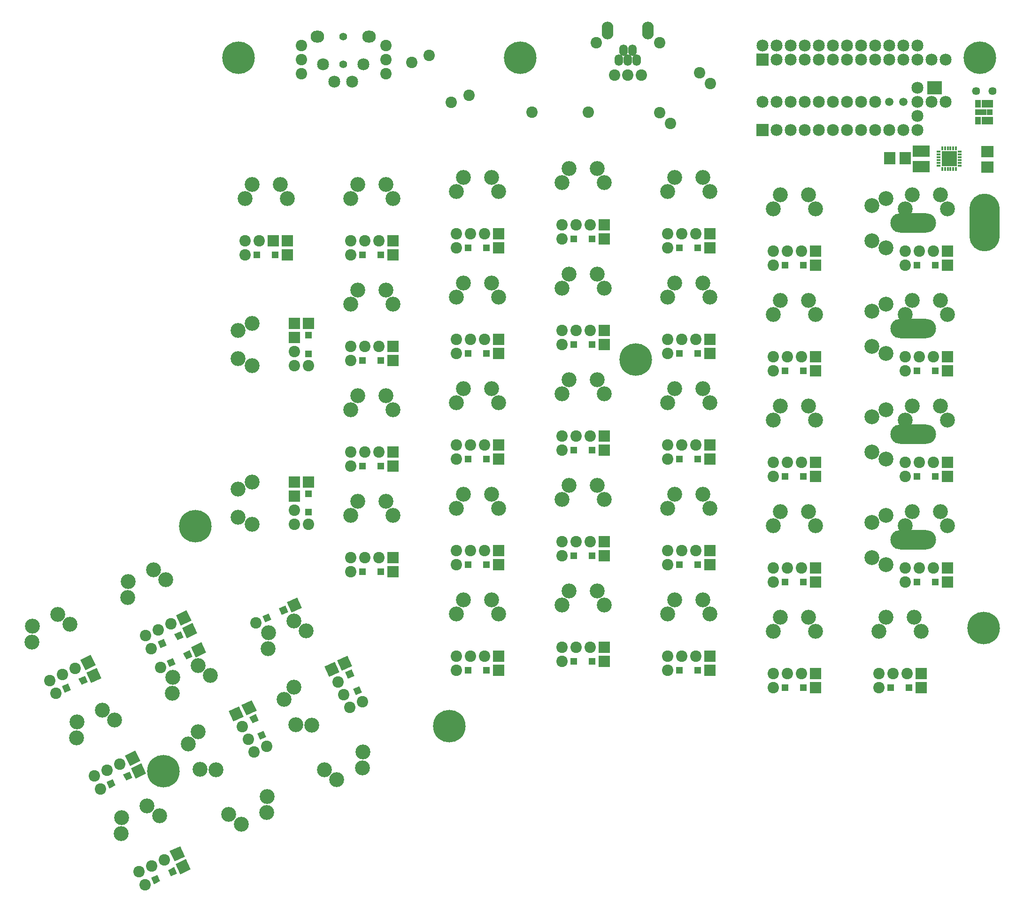
<source format=gbs>
G04 (created by PCBNEW (2013-07-07 BZR 4022)-stable) date 07/12/2013 12:51:58 AM*
%MOIN*%
G04 Gerber Fmt 3.4, Leading zero omitted, Abs format*
%FSLAX34Y34*%
G01*
G70*
G90*
G04 APERTURE LIST*
%ADD10C,0.00590551*%
%ADD11C,0.106*%
%ADD12R,0.0787402X0.0570866*%
%ADD13R,0.0433071X0.0570866*%
%ADD14R,0.0787402X0.0433071*%
%ADD15R,0.0433071X0.0433071*%
%ADD16C,0.085*%
%ADD17R,0.085X0.085*%
%ADD18C,0.059*%
%ADD19C,0.081*%
%ADD20R,0.081X0.081*%
%ADD21O,0.061X0.081*%
%ADD22O,0.083X0.126*%
%ADD23R,0.056X0.096*%
%ADD24O,0.097X0.085*%
%ADD25C,0.055*%
%ADD26R,0.049X0.049*%
%ADD27C,0.231*%
%ADD28R,0.122X0.079*%
%ADD29R,0.079X0.087*%
%ADD30R,0.087X0.079*%
%ADD31R,0.031437X0.013737*%
%ADD32R,0.013737X0.031437*%
%ADD33R,0.106299X0.106299*%
%ADD34C,0.1059*%
%ADD35C,0.1058*%
%ADD36O,0.3245X0.137*%
%ADD37C,0.0573386*%
%ADD38O,0.21285X0.409701*%
G04 APERTURE END LIST*
G54D10*
G54D11*
X23689Y-57797D03*
X21845Y-59760D03*
X24564Y-58492D03*
X21876Y-58643D03*
G54D12*
X79716Y-19110D03*
X79716Y-17889D03*
G54D13*
X79066Y-19110D03*
X79066Y-17889D03*
G54D14*
X79244Y-18500D03*
G54D15*
X79893Y-18500D03*
G54D16*
X64750Y-14750D03*
X65750Y-14750D03*
X66750Y-14750D03*
X67750Y-14750D03*
X68750Y-14750D03*
X69750Y-14750D03*
X70750Y-14750D03*
X71750Y-14750D03*
X72750Y-14750D03*
X73750Y-14750D03*
X74750Y-14750D03*
X75750Y-14750D03*
X76750Y-14750D03*
G54D17*
X63750Y-14750D03*
G54D16*
X76750Y-17750D03*
X75750Y-17750D03*
G54D18*
X74750Y-17750D03*
X73750Y-17750D03*
X72750Y-17750D03*
G54D16*
X71750Y-17750D03*
X70750Y-17750D03*
X69750Y-17750D03*
X68750Y-17750D03*
X67750Y-17750D03*
X66750Y-17750D03*
X65750Y-17750D03*
X64750Y-17750D03*
X63750Y-17750D03*
G54D19*
X21000Y-57947D03*
G54D10*
G36*
X21647Y-57916D02*
X21440Y-57472D01*
X21884Y-57265D01*
X22091Y-57709D01*
X21647Y-57916D01*
X21647Y-57916D01*
G37*
G36*
X23523Y-57218D02*
X23181Y-56484D01*
X23915Y-56141D01*
X24257Y-56875D01*
X23523Y-57218D01*
X23523Y-57218D01*
G37*
G36*
X22835Y-57362D02*
X22628Y-56918D01*
X23072Y-56711D01*
X23279Y-57155D01*
X22835Y-57362D01*
X22835Y-57362D01*
G37*
G54D19*
X27797Y-54777D03*
G54D10*
G36*
X28444Y-54746D02*
X28237Y-54302D01*
X28681Y-54095D01*
X28888Y-54539D01*
X28444Y-54746D01*
X28444Y-54746D01*
G37*
G36*
X30320Y-54048D02*
X29978Y-53314D01*
X30712Y-52971D01*
X31054Y-53705D01*
X30320Y-54048D01*
X30320Y-54048D01*
G37*
G36*
X29632Y-54192D02*
X29425Y-53748D01*
X29869Y-53541D01*
X30076Y-53985D01*
X29632Y-54192D01*
X29632Y-54192D01*
G37*
G54D19*
X30500Y-46754D03*
G54D20*
X30500Y-45754D03*
G54D19*
X30500Y-35504D03*
G54D20*
X30500Y-34504D03*
G54D19*
X28000Y-27630D03*
G54D20*
X29000Y-27630D03*
G54D21*
X54820Y-14785D03*
X54505Y-14097D03*
X54190Y-14785D03*
X53875Y-14097D03*
X53560Y-14785D03*
G54D22*
X52754Y-12689D03*
X55626Y-12689D03*
G54D19*
X55140Y-15850D03*
X56440Y-13550D03*
X54190Y-15850D03*
X51940Y-13550D03*
X53240Y-15850D03*
G54D11*
X30486Y-54627D03*
X28642Y-56590D03*
X31361Y-55322D03*
X28673Y-55473D03*
X33533Y-65896D03*
X35377Y-63933D03*
X32658Y-65201D03*
X35346Y-65050D03*
X26735Y-69065D03*
X28579Y-67102D03*
X25860Y-68370D03*
X28548Y-68219D03*
G54D19*
X60039Y-16460D03*
X57210Y-19289D03*
X59289Y-15710D03*
X56460Y-18539D03*
X51375Y-18500D03*
X47375Y-18500D03*
X40085Y-14460D03*
X42914Y-17289D03*
X38835Y-14960D03*
X41664Y-17789D03*
X31000Y-15750D03*
X31000Y-14750D03*
X31000Y-13750D03*
X37000Y-15750D03*
X37000Y-14750D03*
X37000Y-13750D03*
G54D23*
X75700Y-16750D03*
X76200Y-16750D03*
G54D24*
X35810Y-13140D03*
G54D16*
X32560Y-15110D03*
X34610Y-16330D03*
G54D24*
X32150Y-13140D03*
G54D16*
X33350Y-16330D03*
X35400Y-15110D03*
G54D25*
X33980Y-13140D03*
X33980Y-15110D03*
G54D11*
X29500Y-23630D03*
X27000Y-24630D03*
X30000Y-24630D03*
X27500Y-23630D03*
G54D19*
X27000Y-27630D03*
G54D20*
X30000Y-27630D03*
G54D19*
X27000Y-28630D03*
G54D20*
X30000Y-28630D03*
G54D26*
X27845Y-28630D03*
X29155Y-28630D03*
G54D11*
X26500Y-34004D03*
X27500Y-36504D03*
X27500Y-33504D03*
X26500Y-36004D03*
G54D19*
X30500Y-36504D03*
G54D20*
X30500Y-33504D03*
G54D19*
X31500Y-36504D03*
G54D20*
X31500Y-33504D03*
G54D26*
X31500Y-35659D03*
X31500Y-34349D03*
G54D11*
X26500Y-45254D03*
X27500Y-47754D03*
X27500Y-44754D03*
X26500Y-47254D03*
G54D19*
X30500Y-47754D03*
G54D20*
X30500Y-44754D03*
G54D19*
X31500Y-47754D03*
G54D20*
X31500Y-44754D03*
G54D26*
X31500Y-46909D03*
X31500Y-45599D03*
G54D27*
X21220Y-65290D03*
X23490Y-47900D03*
X41510Y-62110D03*
X79440Y-55140D03*
X54740Y-36060D03*
X79190Y-14620D03*
X46540Y-14620D03*
X26540Y-14620D03*
G54D28*
X75000Y-22350D03*
X75000Y-21250D03*
G54D29*
X72796Y-21771D03*
X73896Y-21771D03*
G54D30*
X79724Y-22400D03*
X79724Y-21300D03*
G54D31*
X76252Y-22292D03*
X76252Y-22095D03*
X76252Y-21898D03*
X76252Y-21702D03*
X76252Y-21505D03*
X76252Y-21308D03*
G54D32*
X76508Y-21052D03*
X76705Y-21052D03*
X76902Y-21052D03*
X77098Y-21052D03*
X77295Y-21052D03*
X77492Y-21052D03*
G54D31*
X77748Y-21308D03*
X77748Y-21505D03*
X77748Y-21702D03*
X77748Y-21898D03*
X77748Y-22095D03*
X77748Y-22292D03*
G54D32*
X77492Y-22548D03*
X77295Y-22548D03*
X77098Y-22548D03*
X76902Y-22548D03*
X76705Y-22548D03*
X76508Y-22548D03*
G54D33*
X77000Y-21800D03*
G54D17*
X63750Y-19750D03*
G54D16*
X64750Y-19750D03*
X65750Y-19750D03*
X66750Y-19750D03*
X67750Y-19750D03*
X68750Y-19750D03*
X69750Y-19750D03*
X70750Y-19750D03*
X71750Y-19750D03*
X72750Y-19750D03*
X73750Y-19750D03*
X74750Y-19750D03*
X74750Y-13750D03*
X73750Y-13750D03*
X72750Y-13750D03*
X71750Y-13750D03*
X70750Y-13750D03*
X69750Y-13750D03*
X68750Y-13750D03*
X65750Y-13750D03*
X64750Y-13750D03*
X63750Y-13750D03*
X67750Y-13750D03*
X66750Y-13750D03*
X74750Y-18750D03*
X74750Y-17750D03*
X74750Y-16750D03*
G54D11*
X37000Y-23630D03*
X34500Y-24630D03*
X37500Y-24630D03*
X35000Y-23630D03*
G54D19*
X34500Y-27630D03*
G54D20*
X37500Y-27630D03*
G54D19*
X34500Y-28630D03*
G54D20*
X37500Y-28630D03*
G54D26*
X35345Y-28630D03*
X36655Y-28630D03*
G54D19*
X35500Y-27630D03*
X36500Y-27630D03*
G54D11*
X44500Y-23129D03*
X42000Y-24129D03*
X45000Y-24129D03*
X42500Y-23129D03*
G54D19*
X42000Y-27129D03*
G54D20*
X45000Y-27129D03*
G54D19*
X42000Y-28129D03*
G54D20*
X45000Y-28129D03*
G54D26*
X42845Y-28129D03*
X44155Y-28129D03*
G54D19*
X43000Y-27129D03*
X44000Y-27129D03*
G54D11*
X52000Y-22500D03*
X49500Y-23500D03*
X52500Y-23500D03*
X50000Y-22500D03*
G54D19*
X49500Y-26500D03*
G54D20*
X52500Y-26500D03*
G54D19*
X49500Y-27500D03*
G54D20*
X52500Y-27500D03*
G54D26*
X50345Y-27500D03*
X51655Y-27500D03*
G54D19*
X50500Y-26500D03*
X51500Y-26500D03*
G54D11*
X59500Y-23129D03*
X57000Y-24129D03*
X60000Y-24129D03*
X57500Y-23129D03*
G54D19*
X57000Y-27129D03*
G54D20*
X60000Y-27129D03*
G54D19*
X57000Y-28129D03*
G54D20*
X60000Y-28129D03*
G54D26*
X57845Y-28129D03*
X59155Y-28129D03*
G54D19*
X58000Y-27129D03*
X59000Y-27129D03*
G54D11*
X67000Y-24380D03*
X64500Y-25380D03*
X67500Y-25380D03*
X65000Y-24380D03*
G54D19*
X64500Y-28380D03*
G54D20*
X67500Y-28380D03*
G54D19*
X64500Y-29380D03*
G54D20*
X67500Y-29380D03*
G54D26*
X65345Y-29380D03*
X66655Y-29380D03*
G54D19*
X65500Y-28380D03*
X66500Y-28380D03*
G54D11*
X74500Y-54379D03*
X72000Y-55379D03*
X75000Y-55379D03*
X72500Y-54379D03*
G54D19*
X72000Y-58379D03*
G54D20*
X75000Y-58379D03*
G54D19*
X72000Y-59379D03*
G54D20*
X75000Y-59379D03*
G54D26*
X72845Y-59379D03*
X74155Y-59379D03*
G54D19*
X73000Y-58379D03*
X74000Y-58379D03*
G54D11*
X67000Y-54379D03*
X64500Y-55379D03*
X67500Y-55379D03*
X65000Y-54379D03*
G54D19*
X64500Y-58379D03*
G54D20*
X67500Y-58379D03*
G54D19*
X64500Y-59379D03*
G54D20*
X67500Y-59379D03*
G54D26*
X65345Y-59379D03*
X66655Y-59379D03*
G54D19*
X65500Y-58379D03*
X66500Y-58379D03*
G54D11*
X59500Y-53129D03*
X57000Y-54129D03*
X60000Y-54129D03*
X57500Y-53129D03*
G54D19*
X57000Y-57129D03*
G54D20*
X60000Y-57129D03*
G54D19*
X57000Y-58129D03*
G54D20*
X60000Y-58129D03*
G54D26*
X57845Y-58129D03*
X59155Y-58129D03*
G54D19*
X58000Y-57129D03*
X59000Y-57129D03*
G54D11*
X44500Y-53129D03*
X42000Y-54129D03*
X45000Y-54129D03*
X42500Y-53129D03*
G54D19*
X42000Y-57129D03*
G54D20*
X45000Y-57129D03*
G54D19*
X42000Y-58129D03*
G54D20*
X45000Y-58129D03*
G54D26*
X42845Y-58129D03*
X44155Y-58129D03*
G54D19*
X43000Y-57129D03*
X44000Y-57129D03*
G54D11*
X67000Y-46879D03*
X64500Y-47879D03*
X67500Y-47879D03*
X65000Y-46879D03*
G54D19*
X64500Y-50879D03*
G54D20*
X67500Y-50879D03*
G54D19*
X64500Y-51879D03*
G54D20*
X67500Y-51879D03*
G54D26*
X65345Y-51879D03*
X66655Y-51879D03*
G54D19*
X65500Y-50879D03*
X66500Y-50879D03*
G54D11*
X59500Y-45629D03*
X57000Y-46629D03*
X60000Y-46629D03*
X57500Y-45629D03*
G54D19*
X57000Y-49629D03*
G54D20*
X60000Y-49629D03*
G54D19*
X57000Y-50629D03*
G54D20*
X60000Y-50629D03*
G54D26*
X57845Y-50629D03*
X59155Y-50629D03*
G54D19*
X58000Y-49629D03*
X59000Y-49629D03*
G54D11*
X52000Y-45000D03*
X49500Y-46000D03*
X52500Y-46000D03*
X50000Y-45000D03*
G54D19*
X49500Y-49000D03*
G54D20*
X52500Y-49000D03*
G54D19*
X49500Y-50000D03*
G54D20*
X52500Y-50000D03*
G54D26*
X50345Y-50000D03*
X51655Y-50000D03*
G54D19*
X50500Y-49000D03*
X51500Y-49000D03*
G54D11*
X44500Y-45629D03*
X42000Y-46629D03*
X45000Y-46629D03*
X42500Y-45629D03*
G54D19*
X42000Y-49629D03*
G54D20*
X45000Y-49629D03*
G54D19*
X42000Y-50629D03*
G54D20*
X45000Y-50629D03*
G54D26*
X42845Y-50629D03*
X44155Y-50629D03*
G54D19*
X43000Y-49629D03*
X44000Y-49629D03*
G54D11*
X37000Y-46129D03*
X34500Y-47129D03*
X37500Y-47129D03*
X35000Y-46129D03*
G54D19*
X34500Y-50129D03*
G54D20*
X37500Y-50129D03*
G54D19*
X34500Y-51129D03*
G54D20*
X37500Y-51129D03*
G54D26*
X35345Y-51129D03*
X36655Y-51129D03*
G54D19*
X35500Y-50129D03*
X36500Y-50129D03*
G54D11*
X37000Y-31129D03*
X34500Y-32129D03*
X37500Y-32129D03*
X35000Y-31129D03*
G54D19*
X34500Y-35129D03*
G54D20*
X37500Y-35129D03*
G54D19*
X34500Y-36129D03*
G54D20*
X37500Y-36129D03*
G54D26*
X35345Y-36129D03*
X36655Y-36129D03*
G54D19*
X35500Y-35129D03*
X36500Y-35129D03*
G54D11*
X44500Y-30629D03*
X42000Y-31629D03*
X45000Y-31629D03*
X42500Y-30629D03*
G54D19*
X42000Y-34629D03*
G54D20*
X45000Y-34629D03*
G54D19*
X42000Y-35629D03*
G54D20*
X45000Y-35629D03*
G54D26*
X42845Y-35629D03*
X44155Y-35629D03*
G54D19*
X43000Y-34629D03*
X44000Y-34629D03*
G54D11*
X52000Y-30000D03*
X49500Y-31000D03*
X52500Y-31000D03*
X50000Y-30000D03*
G54D19*
X49500Y-34000D03*
G54D20*
X52500Y-34000D03*
G54D19*
X49500Y-35000D03*
G54D20*
X52500Y-35000D03*
G54D26*
X50345Y-35000D03*
X51655Y-35000D03*
G54D19*
X50500Y-34000D03*
X51500Y-34000D03*
G54D11*
X59500Y-30629D03*
X57000Y-31629D03*
X60000Y-31629D03*
X57500Y-30629D03*
G54D19*
X57000Y-34629D03*
G54D20*
X60000Y-34629D03*
G54D19*
X57000Y-35629D03*
G54D20*
X60000Y-35629D03*
G54D26*
X57845Y-35629D03*
X59155Y-35629D03*
G54D19*
X58000Y-34629D03*
X59000Y-34629D03*
G54D11*
X67000Y-31879D03*
X64500Y-32879D03*
X67500Y-32879D03*
X65000Y-31879D03*
G54D19*
X64500Y-35879D03*
G54D20*
X67500Y-35879D03*
G54D19*
X64500Y-36879D03*
G54D20*
X67500Y-36879D03*
G54D26*
X65345Y-36879D03*
X66655Y-36879D03*
G54D19*
X65500Y-35879D03*
X66500Y-35879D03*
G54D11*
X37000Y-38629D03*
X34500Y-39629D03*
X37500Y-39629D03*
X35000Y-38629D03*
G54D19*
X34500Y-42629D03*
G54D20*
X37500Y-42629D03*
G54D19*
X34500Y-43629D03*
G54D20*
X37500Y-43629D03*
G54D26*
X35345Y-43629D03*
X36655Y-43629D03*
G54D19*
X35500Y-42629D03*
X36500Y-42629D03*
G54D11*
X44500Y-38129D03*
X42000Y-39129D03*
X45000Y-39129D03*
X42500Y-38129D03*
G54D19*
X42000Y-42129D03*
G54D20*
X45000Y-42129D03*
G54D19*
X42000Y-43129D03*
G54D20*
X45000Y-43129D03*
G54D26*
X42845Y-43129D03*
X44155Y-43129D03*
G54D19*
X43000Y-42129D03*
X44000Y-42129D03*
G54D11*
X52000Y-37500D03*
X49500Y-38500D03*
X52500Y-38500D03*
X50000Y-37500D03*
G54D19*
X49500Y-41500D03*
G54D20*
X52500Y-41500D03*
G54D19*
X49500Y-42500D03*
G54D20*
X52500Y-42500D03*
G54D26*
X50345Y-42500D03*
X51655Y-42500D03*
G54D19*
X50500Y-41500D03*
X51500Y-41500D03*
G54D11*
X59500Y-38129D03*
X57000Y-39129D03*
X60000Y-39129D03*
X57500Y-38129D03*
G54D19*
X57000Y-42129D03*
G54D20*
X60000Y-42129D03*
G54D19*
X57000Y-43129D03*
G54D20*
X60000Y-43129D03*
G54D26*
X57845Y-43129D03*
X59155Y-43129D03*
G54D19*
X58000Y-42129D03*
X59000Y-42129D03*
G54D11*
X67000Y-39379D03*
X64500Y-40379D03*
X67500Y-40379D03*
X65000Y-39379D03*
G54D19*
X64500Y-43379D03*
G54D20*
X67500Y-43379D03*
G54D19*
X64500Y-44379D03*
G54D20*
X67500Y-44379D03*
G54D26*
X65345Y-44379D03*
X66655Y-44379D03*
G54D19*
X65500Y-43379D03*
X66500Y-43379D03*
G54D11*
X52000Y-52500D03*
X49500Y-53500D03*
X52500Y-53500D03*
X50000Y-52500D03*
G54D19*
X49500Y-56500D03*
G54D20*
X52500Y-56500D03*
G54D19*
X49500Y-57500D03*
G54D20*
X52500Y-57500D03*
G54D26*
X50345Y-57500D03*
X51655Y-57500D03*
G54D19*
X50500Y-56500D03*
X51500Y-56500D03*
G54D11*
X20519Y-51000D03*
X18675Y-52963D03*
X21394Y-51695D03*
X18706Y-51846D03*
G54D19*
X19943Y-55682D03*
G54D10*
G36*
X22466Y-54952D02*
X22124Y-54218D01*
X22858Y-53876D01*
X23200Y-54610D01*
X22466Y-54952D01*
X22466Y-54952D01*
G37*
G54D19*
X20366Y-56588D03*
G54D10*
G36*
X22889Y-55859D02*
X22547Y-55125D01*
X23281Y-54782D01*
X23623Y-55516D01*
X22889Y-55859D01*
X22889Y-55859D01*
G37*
G36*
X21013Y-56557D02*
X20806Y-56113D01*
X21250Y-55906D01*
X21457Y-56350D01*
X21013Y-56557D01*
X21013Y-56557D01*
G37*
G36*
X22200Y-56003D02*
X21993Y-55559D01*
X22437Y-55352D01*
X22645Y-55796D01*
X22200Y-56003D01*
X22200Y-56003D01*
G37*
G54D19*
X20850Y-55259D03*
X21756Y-54837D03*
G54D11*
X13722Y-54169D03*
X11878Y-56132D03*
X14597Y-54864D03*
X11909Y-55015D03*
G54D19*
X13146Y-58851D03*
G54D10*
G36*
X15669Y-58121D02*
X15327Y-57387D01*
X16061Y-57045D01*
X16403Y-57779D01*
X15669Y-58121D01*
X15669Y-58121D01*
G37*
G54D19*
X13569Y-59757D03*
G54D10*
G36*
X16092Y-59028D02*
X15750Y-58294D01*
X16484Y-57951D01*
X16826Y-58685D01*
X16092Y-59028D01*
X16092Y-59028D01*
G37*
G36*
X14216Y-59726D02*
X14009Y-59282D01*
X14453Y-59075D01*
X14660Y-59519D01*
X14216Y-59726D01*
X14216Y-59726D01*
G37*
G36*
X15403Y-59172D02*
X15196Y-58728D01*
X15640Y-58521D01*
X15848Y-58965D01*
X15403Y-59172D01*
X15403Y-59172D01*
G37*
G54D19*
X14053Y-58428D03*
X14959Y-58006D03*
G54D11*
X16891Y-60966D03*
X15047Y-62929D03*
X17766Y-61661D03*
X15078Y-61812D03*
G54D19*
X16315Y-65648D03*
G54D10*
G36*
X18838Y-64918D02*
X18496Y-64184D01*
X19230Y-63842D01*
X19572Y-64576D01*
X18838Y-64918D01*
X18838Y-64918D01*
G37*
G54D19*
X16738Y-66554D03*
G54D10*
G36*
X19261Y-65825D02*
X18919Y-65091D01*
X19653Y-64748D01*
X19995Y-65482D01*
X19261Y-65825D01*
X19261Y-65825D01*
G37*
G36*
X17385Y-66523D02*
X17178Y-66079D01*
X17622Y-65872D01*
X17829Y-66316D01*
X17385Y-66523D01*
X17385Y-66523D01*
G37*
G36*
X18572Y-65969D02*
X18365Y-65525D01*
X18809Y-65318D01*
X19017Y-65762D01*
X18572Y-65969D01*
X18572Y-65969D01*
G37*
G54D19*
X17222Y-65225D03*
X18128Y-64803D03*
G54D11*
X20061Y-67764D03*
X18217Y-69727D03*
X20936Y-68459D03*
X18248Y-68610D03*
G54D19*
X19485Y-72446D03*
G54D10*
G36*
X22008Y-71716D02*
X21666Y-70982D01*
X22400Y-70640D01*
X22742Y-71374D01*
X22008Y-71716D01*
X22008Y-71716D01*
G37*
G54D19*
X19908Y-73352D03*
G54D10*
G36*
X22431Y-72623D02*
X22089Y-71889D01*
X22823Y-71546D01*
X23165Y-72280D01*
X22431Y-72623D01*
X22431Y-72623D01*
G37*
G36*
X20555Y-73321D02*
X20348Y-72877D01*
X20792Y-72670D01*
X20999Y-73114D01*
X20555Y-73321D01*
X20555Y-73321D01*
G37*
G36*
X21742Y-72767D02*
X21535Y-72323D01*
X21979Y-72116D01*
X22187Y-72560D01*
X21742Y-72767D01*
X21742Y-72767D01*
G37*
G54D19*
X20392Y-72023D03*
X21298Y-71601D03*
G54D11*
X22976Y-63370D03*
X24939Y-65214D03*
X23671Y-62495D03*
X23822Y-65183D03*
G54D19*
X27658Y-63946D03*
G54D10*
G36*
X26928Y-61423D02*
X26194Y-61765D01*
X25852Y-61031D01*
X26586Y-60689D01*
X26928Y-61423D01*
X26928Y-61423D01*
G37*
G54D19*
X28564Y-63523D03*
G54D10*
G36*
X27835Y-61000D02*
X27101Y-61342D01*
X26758Y-60608D01*
X27492Y-60266D01*
X27835Y-61000D01*
X27835Y-61000D01*
G37*
G36*
X28533Y-62876D02*
X28089Y-63083D01*
X27882Y-62639D01*
X28326Y-62432D01*
X28533Y-62876D01*
X28533Y-62876D01*
G37*
G36*
X27979Y-61689D02*
X27535Y-61896D01*
X27328Y-61452D01*
X27772Y-61244D01*
X27979Y-61689D01*
X27979Y-61689D01*
G37*
G54D19*
X27235Y-63039D03*
X26813Y-62133D03*
G54D11*
X29773Y-60200D03*
X31736Y-62044D03*
X30468Y-59325D03*
X30619Y-62013D03*
G54D19*
X34455Y-60776D03*
G54D10*
G36*
X33725Y-58253D02*
X32991Y-58595D01*
X32649Y-57861D01*
X33383Y-57519D01*
X33725Y-58253D01*
X33725Y-58253D01*
G37*
G54D19*
X35361Y-60353D03*
G54D10*
G36*
X34632Y-57830D02*
X33898Y-58172D01*
X33555Y-57438D01*
X34289Y-57096D01*
X34632Y-57830D01*
X34632Y-57830D01*
G37*
G36*
X35330Y-59706D02*
X34886Y-59913D01*
X34679Y-59469D01*
X35123Y-59262D01*
X35330Y-59706D01*
X35330Y-59706D01*
G37*
G36*
X34776Y-58519D02*
X34332Y-58726D01*
X34125Y-58282D01*
X34569Y-58074D01*
X34776Y-58519D01*
X34776Y-58519D01*
G37*
G54D19*
X34032Y-59869D03*
X33610Y-58963D03*
G54D11*
X76375Y-24380D03*
X73875Y-25380D03*
G54D34*
X76875Y-25380D03*
G54D11*
X74375Y-24380D03*
G54D19*
X73875Y-28380D03*
G54D20*
X76875Y-28380D03*
G54D19*
X73875Y-29380D03*
G54D20*
X76875Y-29380D03*
G54D26*
X74720Y-29380D03*
X76030Y-29380D03*
G54D35*
X71500Y-25130D03*
X72500Y-24630D03*
X72500Y-28130D03*
X71500Y-27630D03*
G54D36*
X74437Y-26380D03*
G54D19*
X74875Y-28380D03*
X75875Y-28380D03*
G54D11*
X76375Y-31879D03*
X73875Y-32879D03*
G54D34*
X76875Y-32879D03*
G54D11*
X74375Y-31879D03*
G54D19*
X73875Y-35879D03*
G54D20*
X76875Y-35879D03*
G54D19*
X73875Y-36879D03*
G54D20*
X76875Y-36879D03*
G54D26*
X74720Y-36879D03*
X76030Y-36879D03*
G54D35*
X71500Y-32629D03*
X72500Y-32129D03*
X72500Y-35629D03*
X71500Y-35129D03*
G54D36*
X74437Y-33879D03*
G54D19*
X74875Y-35879D03*
X75875Y-35879D03*
G54D11*
X76375Y-46879D03*
X73875Y-47879D03*
G54D34*
X76875Y-47879D03*
G54D11*
X74375Y-46879D03*
G54D19*
X73875Y-50879D03*
G54D20*
X76875Y-50879D03*
G54D19*
X73875Y-51879D03*
G54D20*
X76875Y-51879D03*
G54D26*
X74720Y-51879D03*
X76030Y-51879D03*
G54D35*
X71500Y-47629D03*
X72500Y-47129D03*
X72500Y-50629D03*
X71500Y-50129D03*
G54D36*
X74437Y-48879D03*
G54D19*
X74875Y-50879D03*
X75875Y-50879D03*
G54D11*
X76375Y-39379D03*
X73875Y-40379D03*
G54D34*
X76875Y-40379D03*
G54D11*
X74375Y-39379D03*
G54D19*
X73875Y-43379D03*
G54D20*
X76875Y-43379D03*
G54D19*
X73875Y-44379D03*
G54D20*
X76875Y-44379D03*
G54D26*
X74720Y-44379D03*
X76030Y-44379D03*
G54D35*
X71500Y-40129D03*
X72500Y-39629D03*
X72500Y-43129D03*
X71500Y-42629D03*
G54D36*
X74437Y-41379D03*
G54D19*
X74875Y-43379D03*
X75875Y-43379D03*
G54D37*
X78909Y-17011D03*
X80090Y-17011D03*
G54D38*
X79500Y-26342D03*
M02*

</source>
